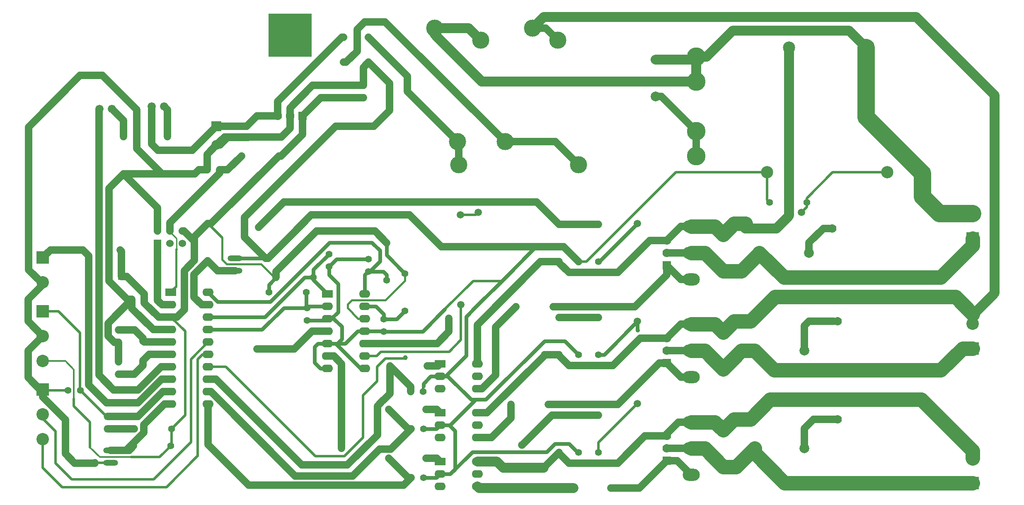
<source format=gbl>
G04 (created by PCBNEW (2013-mar-13)-testing) date vie 03 may 2013 10:14:01 ART*
%MOIN*%
G04 Gerber Fmt 3.4, Leading zero omitted, Abs format*
%FSLAX34Y34*%
G01*
G70*
G90*
G04 APERTURE LIST*
%ADD10C,2.3622e-06*%
%ADD11O,0.1187X0.0593*%
%ADD12O,0.1187X0.0472441*%
%ADD13C,0.07*%
%ADD14R,0.07X0.07*%
%ADD15R,0.35X0.35*%
%ADD16C,0.0787402*%
%ADD17C,0.055*%
%ADD18R,0.06X0.06*%
%ADD19C,0.06*%
%ADD20C,0.066*%
%ADD21C,0.056*%
%ADD22C,0.15*%
%ADD23R,0.09X0.062*%
%ADD24O,0.09X0.062*%
%ADD25R,0.055X0.055*%
%ADD26R,0.1X0.1*%
%ADD27C,0.1*%
%ADD28R,0.0787X0.0787*%
%ADD29C,0.0787*%
%ADD30O,0.137795X0.0984252*%
%ADD31C,0.1378*%
%ADD32C,0.0984252*%
%ADD33C,0.0590551*%
%ADD34C,0.035*%
%ADD35C,0.0393701*%
%ADD36C,0.0590551*%
%ADD37C,0.0295276*%
%ADD38C,0.0787402*%
%ADD39C,0.140157*%
%ADD40C,0.11811*%
%ADD41C,0.019685*%
%ADD42C,0.0100394*%
%ADD43C,0.015748*%
%ADD44C,0.0137795*%
G04 APERTURE END LIST*
G54D10*
G54D11*
X22244Y-41901D03*
X22244Y-42901D03*
G54D12*
X32185Y-30165D03*
X32185Y-29165D03*
X22185Y-44647D03*
X22185Y-45647D03*
G54D13*
X66929Y-27740D03*
X66929Y-28740D03*
G54D14*
X66929Y-29740D03*
G54D13*
X66929Y-35614D03*
X66929Y-36614D03*
G54D14*
X66929Y-37614D03*
G54D13*
X66929Y-43488D03*
X66929Y-44488D03*
G54D14*
X66929Y-45488D03*
X37614Y-17716D03*
G54D13*
X35614Y-17716D03*
X36614Y-17716D03*
G54D15*
X36614Y-11216D03*
G54D16*
X71456Y-30216D03*
X71456Y-27263D03*
X71456Y-45964D03*
X71456Y-43011D03*
X71456Y-38090D03*
X71456Y-35137D03*
X66043Y-16141D03*
X66043Y-13188D03*
G54D13*
X73665Y-42125D03*
X80665Y-42125D03*
X73212Y-26771D03*
X80212Y-26771D03*
X73665Y-34251D03*
X80665Y-34251D03*
G54D17*
X27090Y-42913D03*
X24090Y-42913D03*
X61417Y-26452D03*
X61417Y-29452D03*
X61417Y-41807D03*
X61417Y-44807D03*
X58267Y-44807D03*
X58267Y-41807D03*
X58267Y-29452D03*
X58267Y-26452D03*
X35712Y-20925D03*
X32712Y-20925D03*
X47562Y-41338D03*
X44562Y-41338D03*
X57405Y-40944D03*
X54405Y-40944D03*
X57799Y-33070D03*
X54799Y-33070D03*
X47669Y-37846D03*
X44669Y-37846D03*
X78192Y-24665D03*
X75192Y-24665D03*
X29990Y-26374D03*
X29990Y-29374D03*
X58267Y-36933D03*
X58267Y-33933D03*
X19956Y-28503D03*
X22956Y-28503D03*
X27043Y-44287D03*
X24043Y-44287D03*
X23228Y-22366D03*
X23228Y-19366D03*
X59444Y-47677D03*
X62444Y-47677D03*
X47562Y-45275D03*
X44562Y-45275D03*
X61417Y-33933D03*
X61417Y-36933D03*
X26771Y-19366D03*
X26771Y-22366D03*
G54D18*
X25968Y-27960D03*
G54D19*
X25968Y-26960D03*
X26968Y-27960D03*
X26968Y-26960D03*
X27968Y-27960D03*
X27968Y-26960D03*
G54D20*
X25484Y-16929D03*
X26484Y-16929D03*
X21281Y-17135D03*
X22281Y-17135D03*
G54D21*
X24803Y-37614D03*
X24803Y-35614D03*
G54D22*
X69291Y-12929D03*
X69291Y-14929D03*
X69291Y-18929D03*
X69291Y-20929D03*
G54D23*
X48696Y-41618D03*
G54D24*
X48696Y-42618D03*
X48696Y-43618D03*
X51696Y-43618D03*
X51696Y-42618D03*
X51696Y-41618D03*
G54D23*
X48696Y-37681D03*
G54D24*
X48696Y-38681D03*
X48696Y-39681D03*
X51696Y-39681D03*
X51696Y-38681D03*
X51696Y-37681D03*
G54D23*
X48696Y-45555D03*
G54D24*
X48696Y-46555D03*
X48696Y-47555D03*
X51696Y-47555D03*
X51696Y-46555D03*
X51696Y-45555D03*
G54D23*
X27043Y-31917D03*
G54D24*
X27043Y-32917D03*
X27043Y-33917D03*
X27043Y-34917D03*
X27043Y-35917D03*
X27043Y-36917D03*
X27043Y-37917D03*
X27043Y-38917D03*
X27043Y-39917D03*
X27043Y-40917D03*
X30043Y-40917D03*
X30043Y-39917D03*
X30043Y-38917D03*
X30043Y-37917D03*
X30043Y-36917D03*
X30043Y-35917D03*
X30043Y-34917D03*
X30043Y-33917D03*
X30043Y-32917D03*
X30043Y-31917D03*
G54D23*
X39641Y-32039D03*
G54D24*
X39641Y-33039D03*
X39641Y-34039D03*
X39641Y-35039D03*
X39641Y-36039D03*
X39641Y-37039D03*
X39641Y-38039D03*
X42641Y-38039D03*
X42641Y-37039D03*
X42641Y-36039D03*
X42641Y-35039D03*
X42641Y-34039D03*
X42641Y-33039D03*
X42641Y-32039D03*
G54D25*
X40354Y-16248D03*
G54D17*
X40354Y-15248D03*
G54D25*
X23059Y-30629D03*
G54D17*
X22059Y-30629D03*
X42519Y-16248D03*
X42519Y-15248D03*
X33267Y-18397D03*
X33267Y-19397D03*
X19751Y-39803D03*
X18751Y-39803D03*
X30952Y-22027D03*
X29952Y-22027D03*
X22834Y-38492D03*
X22834Y-37492D03*
X22834Y-34933D03*
X22834Y-35933D03*
X24909Y-32480D03*
X23909Y-32480D03*
G54D26*
X16732Y-33433D03*
G54D27*
X16732Y-35433D03*
X16732Y-37433D03*
G54D26*
X16732Y-29118D03*
G54D27*
X16732Y-31118D03*
G54D19*
X42944Y-13385D03*
X42944Y-11385D03*
X40944Y-11385D03*
X40944Y-13385D03*
G54D17*
X44389Y-27929D03*
X44389Y-30929D03*
X37992Y-33161D03*
X37992Y-34161D03*
X39763Y-28830D03*
X39763Y-29830D03*
X44173Y-34066D03*
X44173Y-35066D03*
G54D28*
X30708Y-18541D03*
G54D29*
X30708Y-20041D03*
X77984Y-44488D03*
X73984Y-44488D03*
X77984Y-36614D03*
X73984Y-36614D03*
X78377Y-28740D03*
X74377Y-28740D03*
G54D17*
X46330Y-39921D03*
X47330Y-39921D03*
X46350Y-46850D03*
X47350Y-46850D03*
X46350Y-42913D03*
X47350Y-42913D03*
G54D30*
X68897Y-36614D03*
X68897Y-34488D03*
X68897Y-38740D03*
X68897Y-44488D03*
X68897Y-42362D03*
X68897Y-46614D03*
X68897Y-28740D03*
X68897Y-26614D03*
X68897Y-30866D03*
G54D17*
X45866Y-30389D03*
X45866Y-33389D03*
X35507Y-30708D03*
X38507Y-30708D03*
X34917Y-31889D03*
X37917Y-31889D03*
X59842Y-26452D03*
X59842Y-29452D03*
X59842Y-41807D03*
X59842Y-44807D03*
X59842Y-33933D03*
X59842Y-36933D03*
G54D31*
X50196Y-21653D03*
X59842Y-21653D03*
X51968Y-11614D03*
X58169Y-11614D03*
G54D32*
X75000Y-22244D03*
X84645Y-22244D03*
X76771Y-12204D03*
X82972Y-12204D03*
G54D31*
X50098Y-19783D03*
X53917Y-19783D03*
X56122Y-10649D03*
X48248Y-10649D03*
G54D26*
X16732Y-39732D03*
G54D27*
X16732Y-41732D03*
X16732Y-43732D03*
G54D17*
X42913Y-30224D03*
X42913Y-29224D03*
G54D26*
X91535Y-47259D03*
G54D27*
X91535Y-45259D03*
G54D26*
X91535Y-27574D03*
G54D27*
X91535Y-25574D03*
G54D26*
X91535Y-36433D03*
G54D27*
X91535Y-34433D03*
G54D33*
X64566Y-40866D03*
G54D34*
X64606Y-34960D03*
G54D33*
X64566Y-26377D03*
X64566Y-34251D03*
G54D35*
X45885Y-37185D03*
G54D33*
X34094Y-26673D03*
X33976Y-36456D03*
X49409Y-34015D03*
X40775Y-44484D03*
X55263Y-44198D03*
X77775Y-25472D03*
X51771Y-25472D03*
X50334Y-25669D03*
X50354Y-32893D03*
G54D36*
X25968Y-27960D02*
X25968Y-32562D01*
X26322Y-32917D02*
X27043Y-32917D01*
X25968Y-32562D02*
X26322Y-32917D01*
X22834Y-34933D02*
X24122Y-34933D01*
X24122Y-34933D02*
X24803Y-35614D01*
X24803Y-35614D02*
X24803Y-35826D01*
X24893Y-35917D02*
X27043Y-35917D01*
X24803Y-35826D02*
X24893Y-35917D01*
X24399Y-40816D02*
X21860Y-40816D01*
X21860Y-40816D02*
X21683Y-40639D01*
X27043Y-38917D02*
X26299Y-38917D01*
X26299Y-38917D02*
X24399Y-40816D01*
X20413Y-34980D02*
X20413Y-28960D01*
X20413Y-28960D02*
X19956Y-28503D01*
X19956Y-28503D02*
X17346Y-28503D01*
X17346Y-28503D02*
X16732Y-29118D01*
X20413Y-39370D02*
X20413Y-34980D01*
X21683Y-40639D02*
X20413Y-39370D01*
G54D37*
X42913Y-30224D02*
X43023Y-30224D01*
X40472Y-27893D02*
X40472Y-27913D01*
X43208Y-27893D02*
X40472Y-27893D01*
X43858Y-28543D02*
X43208Y-27893D01*
X43858Y-29389D02*
X43858Y-28543D01*
X43023Y-30224D02*
X43858Y-29389D01*
X30803Y-32677D02*
X30043Y-31917D01*
X35039Y-32677D02*
X30803Y-32677D01*
X39803Y-27913D02*
X35039Y-32677D01*
X40472Y-27913D02*
X39803Y-27913D01*
X42913Y-30224D02*
X44122Y-30224D01*
X44389Y-30492D02*
X44389Y-30929D01*
X44122Y-30224D02*
X44389Y-30492D01*
X42641Y-32039D02*
X42641Y-30496D01*
X42641Y-30496D02*
X42913Y-30224D01*
G54D38*
X48248Y-10649D02*
X51003Y-10649D01*
X51003Y-10649D02*
X51968Y-11614D01*
X69291Y-12929D02*
X69291Y-14929D01*
X66043Y-13188D02*
X69031Y-13188D01*
X69031Y-13188D02*
X69291Y-12929D01*
X48248Y-10649D02*
X48248Y-11141D01*
X48248Y-11141D02*
X52035Y-14929D01*
X52035Y-14929D02*
X69291Y-14929D01*
X69291Y-12929D02*
X70141Y-12929D01*
X81594Y-10826D02*
X82972Y-12204D01*
X72244Y-10826D02*
X81594Y-10826D01*
X70141Y-12929D02*
X72244Y-10826D01*
G54D39*
X82972Y-12204D02*
X82972Y-17814D01*
X88862Y-25574D02*
X91535Y-25574D01*
X87500Y-24212D02*
X88862Y-25574D01*
X87500Y-22342D02*
X87500Y-24212D01*
X82972Y-17814D02*
X87500Y-22342D01*
G54D38*
X76771Y-19803D02*
X76771Y-12204D01*
X76771Y-18248D02*
X76771Y-12204D01*
X73212Y-26771D02*
X75748Y-26771D01*
X76771Y-25748D02*
X76771Y-19803D01*
X76771Y-19803D02*
X76771Y-18248D01*
X75748Y-26771D02*
X76771Y-25748D01*
X73271Y-26377D02*
X73271Y-26712D01*
G54D40*
X71456Y-27263D02*
X72342Y-26377D01*
X73271Y-26377D02*
X72342Y-26377D01*
G54D38*
X73271Y-26712D02*
X73212Y-26771D01*
G54D36*
X51696Y-37681D02*
X51696Y-34523D01*
X56767Y-29452D02*
X58267Y-29452D01*
X51696Y-34523D02*
X56767Y-29452D01*
X58267Y-29452D02*
X58267Y-29527D01*
X65566Y-27740D02*
X66929Y-27740D01*
X62992Y-30314D02*
X65566Y-27740D01*
X59055Y-30314D02*
X62992Y-30314D01*
X58267Y-29527D02*
X59055Y-30314D01*
X66929Y-27740D02*
X68055Y-26614D01*
X68055Y-26614D02*
X68897Y-26614D01*
G54D40*
X68897Y-26614D02*
X70807Y-26614D01*
X70807Y-26614D02*
X71456Y-27263D01*
G54D38*
X51696Y-45555D02*
X53271Y-45555D01*
X53759Y-46043D02*
X57031Y-46043D01*
X53271Y-45555D02*
X53759Y-46043D01*
G54D36*
X57031Y-46043D02*
X58267Y-44807D01*
X58267Y-44807D02*
X58267Y-44881D01*
X65173Y-43488D02*
X66929Y-43488D01*
X62992Y-45669D02*
X65173Y-43488D01*
X59055Y-45669D02*
X62992Y-45669D01*
X58267Y-44881D02*
X59055Y-45669D01*
X66929Y-43307D02*
X66929Y-43488D01*
X66929Y-43488D02*
X66929Y-43307D01*
X66929Y-43307D02*
X67874Y-42362D01*
X67874Y-42362D02*
X68897Y-42362D01*
G54D40*
X68897Y-42362D02*
X70807Y-42362D01*
X70807Y-42362D02*
X71456Y-43011D01*
X73665Y-42125D02*
X72342Y-42125D01*
X72342Y-42125D02*
X71456Y-43011D01*
X91535Y-45259D02*
X91535Y-44685D01*
X75240Y-40551D02*
X73665Y-42125D01*
X87401Y-40551D02*
X75240Y-40551D01*
X91535Y-44685D02*
X87401Y-40551D01*
G54D38*
X91535Y-34433D02*
X91535Y-33759D01*
X57027Y-9744D02*
X56122Y-10649D01*
X87007Y-9744D02*
X57027Y-9744D01*
X93307Y-16043D02*
X87007Y-9744D01*
X93307Y-31988D02*
X93307Y-16043D01*
X91535Y-33759D02*
X93307Y-31988D01*
G54D36*
X56122Y-10649D02*
X57204Y-10649D01*
X57204Y-10649D02*
X58169Y-11614D01*
G54D38*
X91535Y-34433D02*
X91535Y-33661D01*
G54D36*
X57086Y-36933D02*
X57086Y-37007D01*
X52476Y-41618D02*
X51696Y-41618D01*
X57086Y-37007D02*
X52476Y-41618D01*
X57086Y-36933D02*
X58267Y-36933D01*
X58267Y-36933D02*
X58267Y-37007D01*
X58267Y-37007D02*
X59055Y-37795D01*
X59055Y-37795D02*
X62598Y-37795D01*
X62598Y-37795D02*
X64779Y-35614D01*
X64779Y-35614D02*
X66929Y-35614D01*
X66929Y-35614D02*
X68055Y-34488D01*
X68055Y-34488D02*
X68897Y-34488D01*
G54D40*
X68897Y-34488D02*
X70807Y-34488D01*
X70807Y-34488D02*
X71456Y-35137D01*
X73665Y-34251D02*
X72342Y-34251D01*
X72342Y-34251D02*
X71456Y-35137D01*
X75633Y-32283D02*
X73665Y-34251D01*
X90157Y-32283D02*
X75633Y-32283D01*
X91535Y-33661D02*
X90157Y-32283D01*
G54D36*
X27043Y-37917D02*
X26255Y-37917D01*
X21259Y-17157D02*
X21281Y-17135D01*
X21259Y-38582D02*
X21259Y-17157D01*
X22440Y-39763D02*
X21259Y-38582D01*
X24409Y-39763D02*
X22440Y-39763D01*
X26255Y-37917D02*
X24409Y-39763D01*
G54D41*
X61417Y-44807D02*
X61417Y-44015D01*
X61417Y-44015D02*
X64566Y-40866D01*
G54D37*
X64566Y-34921D02*
X64566Y-34251D01*
X64606Y-34960D02*
X64566Y-34921D01*
X64566Y-26377D02*
X61492Y-29452D01*
X61492Y-29452D02*
X61417Y-29452D01*
X61885Y-36933D02*
X61417Y-36933D01*
X64566Y-34251D02*
X61885Y-36933D01*
G54D36*
X46330Y-39921D02*
X46330Y-39507D01*
X46330Y-39507D02*
X44669Y-37846D01*
X30043Y-38917D02*
X30657Y-38917D01*
X43645Y-43397D02*
X43645Y-41074D01*
X41228Y-45814D02*
X43645Y-43397D01*
X37555Y-45814D02*
X41228Y-45814D01*
X30657Y-38917D02*
X37555Y-45814D01*
X44118Y-40618D02*
X44102Y-40618D01*
X44102Y-40618D02*
X43645Y-41074D01*
X44669Y-37846D02*
X44669Y-40066D01*
X44669Y-40066D02*
X44118Y-40618D01*
X30043Y-39917D02*
X30259Y-39917D01*
X41677Y-46696D02*
X43826Y-44547D01*
X37039Y-46696D02*
X41677Y-46696D01*
X30259Y-39917D02*
X37039Y-46696D01*
X44716Y-44547D02*
X46350Y-42913D01*
X43826Y-44547D02*
X44716Y-44547D01*
X46350Y-42913D02*
X46137Y-42913D01*
X46137Y-42913D02*
X44562Y-41338D01*
X30043Y-40917D02*
X30043Y-44181D01*
X45775Y-47425D02*
X46350Y-46850D01*
X33287Y-47425D02*
X45775Y-47425D01*
X30043Y-44181D02*
X33287Y-47425D01*
X46350Y-46850D02*
X46137Y-46850D01*
X46137Y-46850D02*
X44562Y-45275D01*
G54D37*
X37992Y-33161D02*
X36129Y-33161D01*
X34374Y-34917D02*
X30043Y-34917D01*
X36129Y-33161D02*
X34374Y-34917D01*
X39641Y-33039D02*
X38114Y-33039D01*
X38114Y-33039D02*
X37992Y-33161D01*
X37917Y-31889D02*
X37917Y-33086D01*
X37964Y-33039D02*
X39641Y-33039D01*
X37917Y-33086D02*
X37964Y-33039D01*
G54D36*
X26968Y-26960D02*
X26968Y-26299D01*
X30952Y-22314D02*
X30952Y-22027D01*
X26968Y-26299D02*
X30952Y-22314D01*
G54D42*
X27480Y-28425D02*
X27480Y-31480D01*
X27480Y-31480D02*
X27043Y-31917D01*
X26968Y-27047D02*
X27480Y-27559D01*
G54D43*
X27460Y-28425D02*
X27480Y-28425D01*
X27460Y-31397D02*
X27460Y-28425D01*
X27043Y-31814D02*
X27460Y-31397D01*
X27043Y-31917D02*
X27043Y-31814D01*
G54D42*
X26968Y-26960D02*
X26968Y-27047D01*
X27480Y-27559D02*
X27480Y-28425D01*
G54D36*
X30952Y-22027D02*
X31610Y-22027D01*
X31610Y-22027D02*
X32712Y-20925D01*
G54D41*
X28651Y-43966D02*
X28651Y-37309D01*
X28651Y-37309D02*
X30043Y-35917D01*
X16732Y-41732D02*
X16732Y-42066D01*
X25649Y-46968D02*
X28651Y-43966D01*
X19055Y-46968D02*
X25649Y-46968D01*
X17755Y-45669D02*
X19055Y-46968D01*
X17755Y-43090D02*
X17755Y-45669D01*
X16732Y-42066D02*
X17755Y-43090D01*
G54D37*
X30043Y-33917D02*
X34586Y-33917D01*
X37795Y-30708D02*
X38507Y-30708D01*
X34586Y-33917D02*
X37795Y-30708D01*
X38507Y-30708D02*
X38507Y-30086D01*
X38507Y-30086D02*
X39763Y-28830D01*
X38507Y-30708D02*
X38507Y-30905D01*
X38507Y-30905D02*
X39641Y-32039D01*
G54D41*
X44311Y-37224D02*
X45846Y-37224D01*
X45846Y-37224D02*
X45885Y-37185D01*
X30043Y-37917D02*
X31460Y-37917D01*
X43622Y-37913D02*
X44311Y-37224D01*
X43622Y-39074D02*
X43622Y-37913D01*
X42500Y-40196D02*
X43622Y-39074D01*
X42500Y-43622D02*
X42500Y-40196D01*
X41003Y-45118D02*
X42500Y-43622D01*
X38661Y-45118D02*
X41003Y-45118D01*
X31460Y-37917D02*
X38661Y-45118D01*
G54D37*
X44173Y-34066D02*
X44173Y-33688D01*
X43523Y-33039D02*
X42641Y-33039D01*
X44173Y-33688D02*
X43523Y-33039D01*
X44173Y-34066D02*
X45188Y-34066D01*
X45188Y-34066D02*
X45866Y-33389D01*
G54D41*
X30043Y-36917D02*
X29578Y-36917D01*
X29578Y-36917D02*
X29202Y-37293D01*
X29202Y-37293D02*
X29202Y-45088D01*
X16732Y-43732D02*
X16732Y-46043D01*
X26692Y-47598D02*
X29202Y-45088D01*
X18287Y-47598D02*
X26692Y-47598D01*
X16732Y-46043D02*
X18287Y-47598D01*
G54D43*
X29202Y-37293D02*
X29202Y-45088D01*
X29578Y-36917D02*
X29202Y-37293D01*
G54D36*
X24803Y-37614D02*
X24803Y-37795D01*
X24106Y-38492D02*
X22834Y-38492D01*
X24803Y-37795D02*
X24106Y-38492D01*
X24803Y-37614D02*
X24803Y-37401D01*
X25287Y-36917D02*
X27043Y-36917D01*
X24803Y-37401D02*
X25287Y-36917D01*
X22185Y-44647D02*
X23683Y-44647D01*
X23683Y-44647D02*
X24043Y-44287D01*
X27043Y-40917D02*
X26535Y-40917D01*
X23438Y-44647D02*
X22185Y-44647D01*
X24870Y-43216D02*
X23438Y-44647D01*
X24870Y-42582D02*
X24870Y-43216D01*
X26535Y-40917D02*
X24870Y-42582D01*
X51696Y-39681D02*
X52051Y-39681D01*
X53149Y-34720D02*
X54799Y-33070D01*
X53149Y-38582D02*
X53149Y-34720D01*
X52051Y-39681D02*
X53149Y-38582D01*
X66929Y-28740D02*
X68897Y-28740D01*
G54D40*
X68897Y-28740D02*
X69980Y-28740D01*
X69980Y-28740D02*
X71456Y-30216D01*
X74377Y-28740D02*
X74377Y-28771D01*
X72933Y-30216D02*
X71456Y-30216D01*
X74377Y-28771D02*
X72933Y-30216D01*
X91535Y-27574D02*
X91535Y-28149D01*
X76346Y-30708D02*
X74377Y-28740D01*
X88976Y-30708D02*
X76346Y-30708D01*
X91535Y-28149D02*
X88976Y-30708D01*
G54D38*
X59444Y-47677D02*
X51818Y-47677D01*
X51818Y-47677D02*
X51696Y-47555D01*
G54D36*
X66929Y-44488D02*
X68897Y-44488D01*
G54D40*
X68897Y-44488D02*
X69980Y-44488D01*
X69980Y-44488D02*
X71456Y-45964D01*
X73984Y-44488D02*
X73984Y-44850D01*
X76393Y-47259D02*
X91535Y-47259D01*
X73984Y-44850D02*
X76393Y-47259D01*
X71456Y-45964D02*
X72507Y-45964D01*
X72507Y-45964D02*
X73984Y-44488D01*
G54D36*
X51696Y-43618D02*
X52838Y-43618D01*
X54405Y-42051D02*
X54405Y-40944D01*
X52838Y-43618D02*
X54405Y-42051D01*
X66929Y-36614D02*
X68897Y-36614D01*
G54D40*
X68897Y-36614D02*
X69980Y-36614D01*
X69980Y-36614D02*
X71456Y-38090D01*
X73984Y-36614D02*
X72933Y-36614D01*
X72933Y-36614D02*
X71456Y-38090D01*
X91535Y-36433D02*
X90732Y-36433D01*
X75559Y-38188D02*
X73984Y-36614D01*
X88976Y-38188D02*
X75559Y-38188D01*
X90732Y-36433D02*
X88976Y-38188D01*
G54D36*
X30043Y-32917D02*
X29521Y-32917D01*
X28897Y-30466D02*
X29990Y-29374D01*
X28897Y-32293D02*
X28897Y-30466D01*
X29521Y-32917D02*
X28897Y-32293D01*
X32185Y-30165D02*
X30781Y-30165D01*
X30781Y-30165D02*
X29990Y-29374D01*
G54D41*
X22244Y-41901D02*
X21850Y-41901D01*
X17980Y-33433D02*
X16732Y-33433D01*
X19724Y-35177D02*
X17980Y-33433D01*
X19724Y-39775D02*
X19724Y-35177D01*
X21850Y-41901D02*
X19724Y-39775D01*
G54D36*
X27043Y-39917D02*
X26381Y-39917D01*
X24397Y-41901D02*
X22244Y-41901D01*
X26381Y-39917D02*
X24397Y-41901D01*
X43287Y-26988D02*
X43448Y-26988D01*
X43448Y-26988D02*
X44389Y-27929D01*
X35507Y-30708D02*
X35507Y-30240D01*
X38759Y-26988D02*
X43287Y-26988D01*
X35507Y-30240D02*
X38759Y-26988D01*
X37614Y-17716D02*
X37614Y-19196D01*
X37614Y-19196D02*
X35885Y-20925D01*
X35885Y-20925D02*
X35712Y-20925D01*
X40354Y-16248D02*
X39082Y-16248D01*
X39082Y-16248D02*
X37614Y-17716D01*
X42519Y-16248D02*
X40354Y-16248D01*
G54D41*
X19244Y-40482D02*
X19244Y-41084D01*
X20521Y-42362D02*
X20521Y-44391D01*
X19244Y-41084D02*
X20521Y-42362D01*
X29990Y-26374D02*
X30035Y-26374D01*
X30035Y-26374D02*
X31177Y-27515D01*
G54D36*
X29990Y-26374D02*
X30263Y-26374D01*
X30263Y-26374D02*
X35712Y-20925D01*
X28937Y-27795D02*
X28937Y-27427D01*
X28937Y-27427D02*
X29990Y-26374D01*
G54D43*
X31594Y-29645D02*
X31535Y-29645D01*
X31535Y-29645D02*
X31177Y-29287D01*
X31177Y-29287D02*
X31177Y-27515D01*
X35507Y-30708D02*
X35374Y-30708D01*
X34311Y-29645D02*
X31594Y-29645D01*
X35374Y-30708D02*
X34311Y-29645D01*
X42641Y-34039D02*
X42110Y-34039D01*
X45866Y-30964D02*
X45866Y-30389D01*
X44291Y-32539D02*
X45866Y-30964D01*
X41594Y-32539D02*
X44291Y-32539D01*
X41259Y-32874D02*
X41594Y-32539D01*
X41259Y-33188D02*
X41259Y-32874D01*
X42110Y-34039D02*
X41259Y-33188D01*
G54D37*
X43448Y-26988D02*
X44389Y-27929D01*
X44389Y-27929D02*
X44389Y-28913D01*
X44389Y-28913D02*
X45866Y-30389D01*
X34917Y-31889D02*
X34917Y-31299D01*
X34917Y-31299D02*
X35507Y-30708D01*
G54D36*
X28129Y-30157D02*
X28937Y-29350D01*
X27043Y-33917D02*
X27519Y-33917D01*
X28937Y-29350D02*
X28937Y-27795D01*
X28102Y-26960D02*
X28937Y-27795D01*
X27968Y-26960D02*
X28102Y-26960D01*
X27519Y-33917D02*
X28129Y-33307D01*
X28129Y-33307D02*
X28129Y-30157D01*
G54D41*
X27090Y-42913D02*
X28181Y-41822D01*
X28181Y-35055D02*
X27043Y-33917D01*
X28181Y-41822D02*
X28181Y-35055D01*
X23834Y-45188D02*
X26141Y-45188D01*
G54D44*
X23834Y-45188D02*
X21318Y-45188D01*
X21318Y-45188D02*
X20521Y-44391D01*
G54D41*
X26141Y-45188D02*
X27090Y-44240D01*
X27090Y-44240D02*
X27090Y-42913D01*
G54D44*
X18547Y-37433D02*
X16732Y-37433D01*
X19244Y-38129D02*
X18547Y-37433D01*
X19244Y-40482D02*
X19244Y-38129D01*
G54D36*
X35712Y-20925D02*
X35885Y-20925D01*
X35885Y-20925D02*
X37614Y-19196D01*
X27043Y-33917D02*
X26062Y-33917D01*
X24909Y-32763D02*
X24909Y-32480D01*
X26062Y-33917D02*
X24909Y-32763D01*
X23059Y-30629D02*
X23059Y-28606D01*
X23059Y-28606D02*
X22956Y-28503D01*
X24909Y-32480D02*
X24909Y-32055D01*
X24909Y-32055D02*
X23484Y-30629D01*
X23484Y-30629D02*
X23059Y-30629D01*
X34771Y-29165D02*
X34657Y-29165D01*
X44625Y-15066D02*
X42944Y-13385D01*
X44625Y-17263D02*
X44625Y-15066D01*
X43366Y-18523D02*
X44625Y-17263D01*
X40295Y-18523D02*
X43366Y-18523D01*
X32952Y-25866D02*
X40295Y-18523D01*
X32952Y-27460D02*
X32952Y-25866D01*
X34657Y-29165D02*
X32952Y-27460D01*
X25968Y-26960D02*
X25968Y-25106D01*
X25968Y-25106D02*
X23228Y-22366D01*
X34771Y-29165D02*
X34850Y-29165D01*
X34850Y-29165D02*
X36653Y-27362D01*
X59842Y-29452D02*
X58637Y-28248D01*
G54D37*
X32185Y-29165D02*
X34771Y-29165D01*
G54D36*
X36653Y-27362D02*
X38326Y-25688D01*
X38326Y-25688D02*
X46240Y-25688D01*
X46240Y-25688D02*
X48799Y-28248D01*
X48799Y-28248D02*
X58637Y-28248D01*
X58637Y-28248D02*
X58736Y-28346D01*
X42519Y-15248D02*
X42519Y-13811D01*
X42519Y-13811D02*
X42944Y-13385D01*
X40354Y-15248D02*
X42519Y-15248D01*
X37337Y-16333D02*
X38423Y-15248D01*
X38423Y-15248D02*
X40354Y-15248D01*
X33267Y-19397D02*
X35917Y-19397D01*
X35917Y-19397D02*
X36614Y-18700D01*
X36614Y-18700D02*
X36614Y-17716D01*
X30708Y-20041D02*
X30992Y-20041D01*
X33236Y-19429D02*
X33267Y-19397D01*
X31604Y-19429D02*
X33236Y-19429D01*
X30992Y-20041D02*
X31604Y-19429D01*
X24547Y-22366D02*
X28962Y-22366D01*
X29933Y-22047D02*
X29952Y-22027D01*
X29281Y-22047D02*
X29933Y-22047D01*
X28962Y-22366D02*
X29281Y-22047D01*
X36614Y-17716D02*
X36614Y-17057D01*
X36614Y-17057D02*
X37337Y-16333D01*
X38423Y-15248D02*
X40354Y-15248D01*
X38423Y-15248D02*
X40354Y-15248D01*
X36614Y-17057D02*
X38423Y-15248D01*
G54D41*
X18751Y-39803D02*
X16803Y-39803D01*
X16803Y-39803D02*
X16732Y-39732D01*
G54D36*
X18558Y-42160D02*
X18558Y-44916D01*
X20925Y-45669D02*
X20925Y-45647D01*
X19311Y-45669D02*
X20925Y-45669D01*
X18558Y-44916D02*
X19311Y-45669D01*
X16732Y-39732D02*
X16732Y-40334D01*
X16732Y-40334D02*
X18558Y-42160D01*
X26771Y-22366D02*
X26322Y-22366D01*
X24287Y-20330D02*
X24287Y-19700D01*
X26322Y-22366D02*
X24287Y-20330D01*
G54D41*
X53651Y-30994D02*
X51368Y-30994D01*
X51368Y-30994D02*
X49074Y-33287D01*
X75000Y-22244D02*
X67677Y-22244D01*
X60468Y-29452D02*
X59842Y-29452D01*
X67677Y-22244D02*
X60468Y-29452D01*
X75000Y-22244D02*
X75000Y-24472D01*
X75000Y-24472D02*
X75192Y-24665D01*
X47330Y-39921D02*
X47330Y-39283D01*
X47933Y-38681D02*
X48696Y-38681D01*
X47330Y-39283D02*
X47933Y-38681D01*
G54D37*
X39641Y-36039D02*
X40417Y-36039D01*
X40141Y-34039D02*
X39641Y-34039D01*
X40787Y-34685D02*
X40141Y-34039D01*
X40787Y-35669D02*
X40787Y-34685D01*
X40417Y-36039D02*
X40787Y-35669D01*
X42641Y-38039D02*
X42291Y-38039D01*
X40291Y-36039D02*
X39641Y-36039D01*
X42291Y-38039D02*
X40291Y-36039D01*
X44173Y-35066D02*
X47295Y-35066D01*
X47295Y-35066D02*
X49074Y-33287D01*
X39641Y-38039D02*
X39051Y-38039D01*
X38870Y-36039D02*
X39641Y-36039D01*
X39051Y-38039D02*
X38586Y-37574D01*
X38586Y-37574D02*
X38586Y-36322D01*
X38586Y-36322D02*
X38870Y-36039D01*
X42641Y-35039D02*
X42070Y-35039D01*
X41070Y-36039D02*
X39641Y-36039D01*
X42070Y-35039D02*
X41070Y-36039D01*
X48696Y-42618D02*
X49437Y-42618D01*
X49905Y-46157D02*
X49507Y-46555D01*
X49905Y-43086D02*
X49905Y-46157D01*
X49437Y-42618D02*
X49905Y-43086D01*
X51283Y-44779D02*
X57251Y-44779D01*
X51283Y-44779D02*
X49507Y-46555D01*
X59055Y-44094D02*
X57937Y-44094D01*
X59767Y-44807D02*
X59055Y-44094D01*
X59842Y-44807D02*
X59767Y-44807D01*
X57251Y-44779D02*
X57937Y-44094D01*
X47358Y-39464D02*
X47358Y-39263D01*
X47940Y-38681D02*
X48696Y-38681D01*
X47358Y-39263D02*
X47940Y-38681D01*
X39641Y-34039D02*
X39940Y-34039D01*
X39763Y-29830D02*
X39763Y-30511D01*
X39940Y-34039D02*
X40484Y-33496D01*
X40484Y-33496D02*
X40484Y-31232D01*
X40484Y-31232D02*
X39763Y-30511D01*
X42641Y-35039D02*
X44145Y-35039D01*
X44145Y-35039D02*
X44173Y-35066D01*
X42913Y-29224D02*
X40370Y-29224D01*
X40370Y-29224D02*
X39763Y-29830D01*
X37992Y-34161D02*
X39519Y-34161D01*
X39519Y-34161D02*
X39641Y-34039D01*
X48696Y-38681D02*
X49114Y-38681D01*
X50787Y-33858D02*
X51574Y-33070D01*
X50787Y-37007D02*
X50787Y-33858D01*
X49114Y-38681D02*
X50787Y-37007D01*
X51574Y-33070D02*
X53651Y-30994D01*
X53651Y-30994D02*
X56299Y-28346D01*
X56299Y-28346D02*
X58736Y-28346D01*
X58736Y-28346D02*
X59842Y-29452D01*
X51574Y-40551D02*
X51181Y-40551D01*
X49311Y-38681D02*
X48696Y-38681D01*
X51181Y-40551D02*
X49311Y-38681D01*
X48696Y-42618D02*
X49507Y-42618D01*
X58736Y-35826D02*
X59842Y-36933D01*
X57086Y-35826D02*
X58736Y-35826D01*
X52362Y-40551D02*
X57086Y-35826D01*
X51574Y-40551D02*
X52362Y-40551D01*
X49507Y-42618D02*
X51574Y-40551D01*
X49507Y-46555D02*
X48696Y-46555D01*
X47350Y-42913D02*
X48401Y-42913D01*
X48401Y-42913D02*
X48696Y-42618D01*
X47350Y-46850D02*
X48401Y-46850D01*
X48401Y-46850D02*
X48696Y-46555D01*
G54D36*
X23228Y-22366D02*
X24547Y-22366D01*
X16732Y-31118D02*
X16618Y-31118D01*
X24287Y-17196D02*
X24287Y-19700D01*
X21539Y-14448D02*
X24287Y-17196D01*
X19740Y-14448D02*
X21539Y-14448D01*
X15598Y-18590D02*
X19740Y-14448D01*
X15598Y-30098D02*
X15598Y-18590D01*
X16618Y-31118D02*
X15598Y-30098D01*
G54D41*
X22185Y-45647D02*
X20925Y-45647D01*
G54D36*
X22059Y-24803D02*
X22059Y-23535D01*
X22059Y-30629D02*
X22059Y-28248D01*
X22059Y-28248D02*
X22059Y-24803D01*
X22059Y-23535D02*
X23228Y-22366D01*
X23909Y-32480D02*
X23909Y-33207D01*
X25619Y-34917D02*
X27043Y-34917D01*
X23909Y-33207D02*
X25619Y-34917D01*
X23909Y-32480D02*
X23543Y-32480D01*
X22059Y-30996D02*
X22059Y-30629D01*
X23543Y-32480D02*
X22059Y-30996D01*
X29952Y-22027D02*
X29952Y-20797D01*
X29952Y-20797D02*
X30708Y-20041D01*
X21988Y-34401D02*
X23909Y-32480D01*
X21988Y-35433D02*
X21988Y-34401D01*
X22488Y-35933D02*
X21988Y-35433D01*
X22834Y-35933D02*
X22488Y-35933D01*
X16732Y-39732D02*
X16503Y-39732D01*
X16503Y-39732D02*
X15551Y-38779D01*
X15551Y-38779D02*
X15551Y-36614D01*
X15551Y-36614D02*
X16732Y-35433D01*
X16732Y-31118D02*
X16732Y-31299D01*
X16732Y-31299D02*
X15551Y-32480D01*
X15551Y-32480D02*
X15551Y-34251D01*
X15551Y-34251D02*
X16732Y-35433D01*
X36614Y-17716D02*
X36614Y-18700D01*
X31352Y-19397D02*
X30708Y-20041D01*
X35917Y-19397D02*
X31352Y-19397D01*
X36614Y-18700D02*
X35917Y-19397D01*
X22834Y-35933D02*
X22834Y-37492D01*
X78377Y-28740D02*
X78377Y-27921D01*
X79527Y-26771D02*
X80212Y-26771D01*
X78377Y-27921D02*
X79527Y-26771D01*
X36122Y-24645D02*
X37952Y-24645D01*
X34094Y-26673D02*
X36122Y-24645D01*
X39641Y-35039D02*
X38385Y-35039D01*
X36968Y-36456D02*
X33976Y-36456D01*
X38385Y-35039D02*
X36968Y-36456D01*
X58267Y-26452D02*
X58263Y-26452D01*
X56456Y-24645D02*
X37952Y-24645D01*
X58263Y-26452D02*
X56456Y-24645D01*
X58267Y-26452D02*
X61417Y-26452D01*
X66043Y-16141D02*
X66503Y-16141D01*
X66503Y-16141D02*
X69291Y-18929D01*
X69291Y-20929D02*
X69291Y-18929D01*
X66929Y-29740D02*
X68055Y-30866D01*
X68055Y-30866D02*
X68897Y-30866D01*
X57799Y-33070D02*
X64370Y-33070D01*
X66929Y-30511D02*
X66929Y-29740D01*
X64370Y-33070D02*
X66929Y-30511D01*
X42641Y-36039D02*
X48448Y-36039D01*
X49409Y-35078D02*
X49409Y-34015D01*
X48448Y-36039D02*
X49409Y-35078D01*
X59842Y-33933D02*
X61417Y-33933D01*
X58267Y-33933D02*
X59842Y-33933D01*
X77984Y-44488D02*
X77984Y-42881D01*
X78740Y-42125D02*
X80665Y-42125D01*
X77984Y-42881D02*
X78740Y-42125D01*
X47562Y-41338D02*
X48417Y-41338D01*
X48417Y-41338D02*
X48696Y-41618D01*
X47562Y-45275D02*
X48417Y-45275D01*
X48417Y-45275D02*
X48696Y-45555D01*
X22244Y-42901D02*
X24078Y-42901D01*
X24078Y-42901D02*
X24090Y-42913D01*
X77984Y-36614D02*
X77984Y-34614D01*
X78346Y-34251D02*
X80314Y-34251D01*
X77984Y-34614D02*
X78346Y-34251D01*
X53917Y-19783D02*
X57972Y-19783D01*
X57972Y-19783D02*
X59842Y-21653D01*
X40944Y-13385D02*
X41141Y-13385D01*
X44271Y-10137D02*
X53917Y-19783D01*
X42618Y-10137D02*
X44271Y-10137D01*
X42027Y-10728D02*
X42618Y-10137D01*
X42027Y-12500D02*
X42027Y-10728D01*
X41141Y-13385D02*
X42027Y-12500D01*
X50196Y-21653D02*
X50196Y-19881D01*
X46062Y-14503D02*
X42944Y-11385D01*
X46062Y-15748D02*
X46062Y-14503D01*
X50196Y-19881D02*
X46062Y-15748D01*
X62444Y-47677D02*
X64740Y-47677D01*
X64740Y-47677D02*
X66929Y-45488D01*
X66929Y-45488D02*
X67771Y-45488D01*
X67771Y-45488D02*
X68897Y-46614D01*
X39641Y-37039D02*
X40149Y-37039D01*
X40149Y-37039D02*
X40775Y-37665D01*
X40775Y-37665D02*
X40775Y-44484D01*
X58267Y-41807D02*
X57696Y-41807D01*
X55305Y-44198D02*
X55263Y-44198D01*
X57696Y-41807D02*
X55305Y-44198D01*
X58267Y-41807D02*
X61417Y-41807D01*
X25484Y-16929D02*
X25484Y-19972D01*
X28777Y-20472D02*
X30708Y-18541D01*
X25984Y-20472D02*
X28777Y-20472D01*
X25484Y-19972D02*
X25984Y-20472D01*
X30708Y-18541D02*
X33124Y-18541D01*
X33948Y-17716D02*
X35614Y-17716D01*
X33124Y-18541D02*
X33948Y-17716D01*
X40944Y-11385D02*
X40779Y-11385D01*
X35614Y-16551D02*
X35614Y-17716D01*
X40779Y-11385D02*
X35614Y-16551D01*
X26771Y-19366D02*
X26771Y-17216D01*
X26771Y-17216D02*
X26484Y-16929D01*
X26771Y-17216D02*
X26484Y-16929D01*
G54D41*
X50334Y-25669D02*
X51574Y-25669D01*
X51574Y-25669D02*
X51771Y-25472D01*
X77775Y-25472D02*
X78192Y-25055D01*
X78192Y-25055D02*
X78192Y-24665D01*
X78192Y-24665D02*
X78192Y-24326D01*
X80275Y-22244D02*
X84645Y-22244D01*
X78192Y-24326D02*
X80275Y-22244D01*
X42641Y-37039D02*
X43590Y-37039D01*
X50374Y-32913D02*
X50354Y-32893D01*
X50374Y-35748D02*
X50374Y-32913D01*
X49429Y-36692D02*
X50374Y-35748D01*
X43937Y-36692D02*
X49429Y-36692D01*
X43590Y-37039D02*
X43937Y-36692D01*
G54D36*
X23228Y-19366D02*
X23228Y-18082D01*
X23228Y-18082D02*
X22281Y-17135D01*
X66929Y-37614D02*
X68055Y-38740D01*
X68055Y-38740D02*
X68897Y-38740D01*
X66929Y-37614D02*
X66322Y-37614D01*
X66322Y-37614D02*
X62992Y-40944D01*
X57405Y-40944D02*
X62992Y-40944D01*
X47669Y-37846D02*
X48531Y-37846D01*
X48531Y-37846D02*
X48696Y-37681D01*
M02*

</source>
